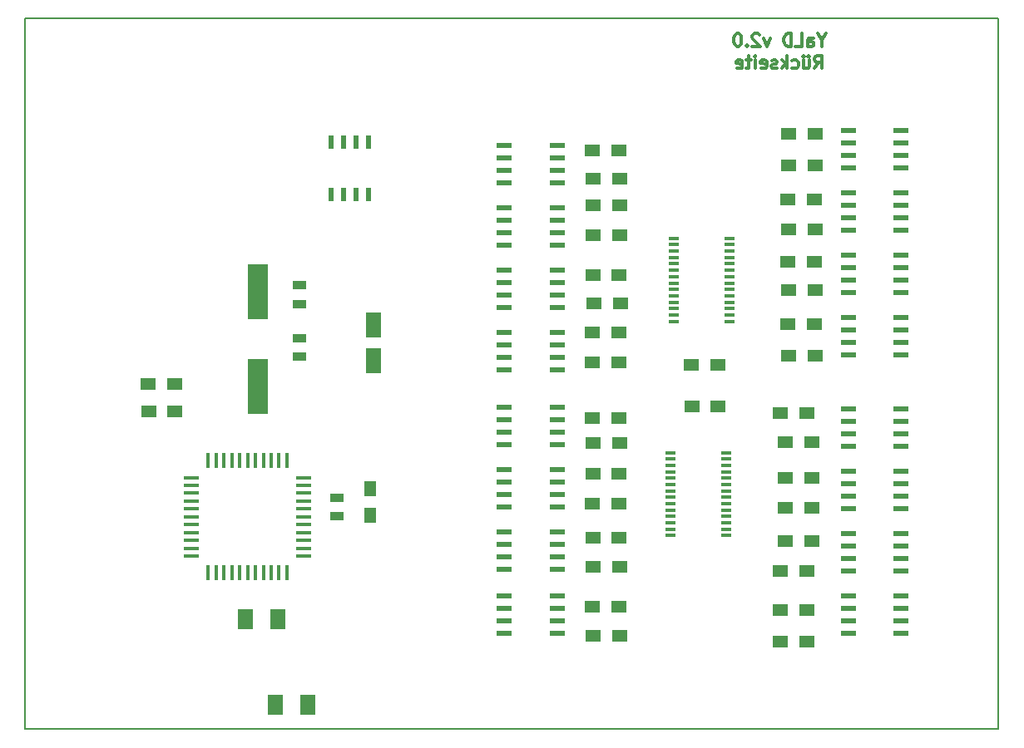
<source format=gbp>
G04 #@! TF.FileFunction,Paste,Bot*
%FSLAX46Y46*%
G04 Gerber Fmt 4.6, Leading zero omitted, Abs format (unit mm)*
G04 Created by KiCad (PCBNEW 4.1.0-alpha+201608211231+7083~46~ubuntu14.04.1-product) date Fri Aug 26 11:20:39 2016*
%MOMM*%
%LPD*%
G01*
G04 APERTURE LIST*
%ADD10C,0.150000*%
%ADD11C,0.300000*%
%ADD12C,0.200000*%
%ADD13R,1.397000X0.889000*%
%ADD14R,1.600200X2.600960*%
%ADD15R,1.524000X2.032000*%
%ADD16R,1.524000X0.406400*%
%ADD17R,0.406400X1.524000*%
%ADD18R,1.100000X0.400000*%
%ADD19R,1.500000X1.300000*%
%ADD20R,1.300000X1.500000*%
%ADD21R,0.599440X1.399540*%
%ADD22R,1.550000X0.600000*%
%ADD23R,2.100580X5.600700*%
G04 APERTURE END LIST*
D10*
D11*
X106448480Y-26339547D02*
X106448480Y-26958595D01*
X106881814Y-25658595D02*
X106448480Y-26339547D01*
X106015147Y-25658595D01*
X105024671Y-26958595D02*
X105024671Y-26277642D01*
X105086576Y-26153833D01*
X105210385Y-26091928D01*
X105458004Y-26091928D01*
X105581814Y-26153833D01*
X105024671Y-26896690D02*
X105148480Y-26958595D01*
X105458004Y-26958595D01*
X105581814Y-26896690D01*
X105643719Y-26772880D01*
X105643719Y-26649071D01*
X105581814Y-26525261D01*
X105458004Y-26463357D01*
X105148480Y-26463357D01*
X105024671Y-26401452D01*
X103786576Y-26958595D02*
X104405623Y-26958595D01*
X104405623Y-25658595D01*
X103353242Y-26958595D02*
X103353242Y-25658595D01*
X103043719Y-25658595D01*
X102858004Y-25720500D01*
X102734195Y-25844309D01*
X102672290Y-25968119D01*
X102610385Y-26215738D01*
X102610385Y-26401452D01*
X102672290Y-26649071D01*
X102734195Y-26772880D01*
X102858004Y-26896690D01*
X103043719Y-26958595D01*
X103353242Y-26958595D01*
X101186576Y-26091928D02*
X100877052Y-26958595D01*
X100567528Y-26091928D01*
X100134195Y-25782404D02*
X100072290Y-25720500D01*
X99948480Y-25658595D01*
X99638957Y-25658595D01*
X99515147Y-25720500D01*
X99453242Y-25782404D01*
X99391338Y-25906214D01*
X99391338Y-26030023D01*
X99453242Y-26215738D01*
X100196100Y-26958595D01*
X99391338Y-26958595D01*
X98834195Y-26834785D02*
X98772290Y-26896690D01*
X98834195Y-26958595D01*
X98896100Y-26896690D01*
X98834195Y-26834785D01*
X98834195Y-26958595D01*
X97967528Y-25658595D02*
X97843719Y-25658595D01*
X97719909Y-25720500D01*
X97658004Y-25782404D01*
X97596100Y-25906214D01*
X97534195Y-26153833D01*
X97534195Y-26463357D01*
X97596100Y-26710976D01*
X97658004Y-26834785D01*
X97719909Y-26896690D01*
X97843719Y-26958595D01*
X97967528Y-26958595D01*
X98091338Y-26896690D01*
X98153242Y-26834785D01*
X98215147Y-26710976D01*
X98277052Y-26463357D01*
X98277052Y-26153833D01*
X98215147Y-25906214D01*
X98153242Y-25782404D01*
X98091338Y-25720500D01*
X97967528Y-25658595D01*
X105736576Y-29208595D02*
X106169909Y-28589547D01*
X106479433Y-29208595D02*
X106479433Y-27908595D01*
X105984195Y-27908595D01*
X105860385Y-27970500D01*
X105798480Y-28032404D01*
X105736576Y-28156214D01*
X105736576Y-28341928D01*
X105798480Y-28465738D01*
X105860385Y-28527642D01*
X105984195Y-28589547D01*
X106479433Y-28589547D01*
X104622290Y-28341928D02*
X104622290Y-29208595D01*
X105179433Y-28341928D02*
X105179433Y-29022880D01*
X105117528Y-29146690D01*
X104993719Y-29208595D01*
X104808004Y-29208595D01*
X104684195Y-29146690D01*
X104622290Y-29084785D01*
X105117528Y-27908595D02*
X105055623Y-27970500D01*
X105117528Y-28032404D01*
X105179433Y-27970500D01*
X105117528Y-27908595D01*
X105117528Y-28032404D01*
X104622290Y-27908595D02*
X104560385Y-27970500D01*
X104622290Y-28032404D01*
X104684195Y-27970500D01*
X104622290Y-27908595D01*
X104622290Y-28032404D01*
X103446100Y-29146690D02*
X103569909Y-29208595D01*
X103817528Y-29208595D01*
X103941338Y-29146690D01*
X104003242Y-29084785D01*
X104065147Y-28960976D01*
X104065147Y-28589547D01*
X104003242Y-28465738D01*
X103941338Y-28403833D01*
X103817528Y-28341928D01*
X103569909Y-28341928D01*
X103446100Y-28403833D01*
X102888957Y-29208595D02*
X102888957Y-27908595D01*
X102765147Y-28713357D02*
X102393719Y-29208595D01*
X102393719Y-28341928D02*
X102888957Y-28837166D01*
X101898480Y-29146690D02*
X101774671Y-29208595D01*
X101527052Y-29208595D01*
X101403242Y-29146690D01*
X101341338Y-29022880D01*
X101341338Y-28960976D01*
X101403242Y-28837166D01*
X101527052Y-28775261D01*
X101712766Y-28775261D01*
X101836576Y-28713357D01*
X101898480Y-28589547D01*
X101898480Y-28527642D01*
X101836576Y-28403833D01*
X101712766Y-28341928D01*
X101527052Y-28341928D01*
X101403242Y-28403833D01*
X100288957Y-29146690D02*
X100412766Y-29208595D01*
X100660385Y-29208595D01*
X100784195Y-29146690D01*
X100846100Y-29022880D01*
X100846100Y-28527642D01*
X100784195Y-28403833D01*
X100660385Y-28341928D01*
X100412766Y-28341928D01*
X100288957Y-28403833D01*
X100227052Y-28527642D01*
X100227052Y-28651452D01*
X100846100Y-28775261D01*
X99669909Y-29208595D02*
X99669909Y-28341928D01*
X99669909Y-27908595D02*
X99731814Y-27970500D01*
X99669909Y-28032404D01*
X99608004Y-27970500D01*
X99669909Y-27908595D01*
X99669909Y-28032404D01*
X99236576Y-28341928D02*
X98741338Y-28341928D01*
X99050861Y-27908595D02*
X99050861Y-29022880D01*
X98988957Y-29146690D01*
X98865147Y-29208595D01*
X98741338Y-29208595D01*
X97812766Y-29146690D02*
X97936576Y-29208595D01*
X98184195Y-29208595D01*
X98308004Y-29146690D01*
X98369909Y-29022880D01*
X98369909Y-28527642D01*
X98308004Y-28403833D01*
X98184195Y-28341928D01*
X97936576Y-28341928D01*
X97812766Y-28403833D01*
X97750861Y-28527642D01*
X97750861Y-28651452D01*
X98369909Y-28775261D01*
D12*
X124460000Y-24130000D02*
X25400000Y-24130000D01*
X124460000Y-96520000D02*
X124460000Y-24130000D01*
X25400000Y-96520000D02*
X124460000Y-96520000D01*
X25400000Y-24130000D02*
X25400000Y-96520000D01*
D13*
X53310000Y-56672500D03*
X53310000Y-58577500D03*
X53310000Y-51292500D03*
X53310000Y-53197500D03*
D14*
X60860000Y-55349140D03*
X60860000Y-58950860D03*
D15*
X54121000Y-94030000D03*
X50819000Y-94030000D03*
D13*
X57100000Y-74852500D03*
X57100000Y-72947500D03*
D15*
X51111000Y-85290000D03*
X47809000Y-85290000D03*
D16*
X42305000Y-74880000D03*
X42305000Y-74079900D03*
X42305000Y-73279800D03*
X42305000Y-72479700D03*
X42305000Y-71679600D03*
X42305000Y-70879500D03*
X42305000Y-75680100D03*
X42305000Y-76480200D03*
X42305000Y-77280300D03*
X42305000Y-78080400D03*
X42305000Y-78880500D03*
X53735000Y-74880000D03*
X53735000Y-74079900D03*
X53735000Y-73279800D03*
X53735000Y-72479700D03*
X53735000Y-71679600D03*
X53735000Y-70879500D03*
X53735000Y-75680100D03*
X53735000Y-76480200D03*
X53735000Y-77280300D03*
X53735000Y-78080400D03*
X53735000Y-78880500D03*
D17*
X48020000Y-69165000D03*
X48020000Y-80595000D03*
X48820100Y-69165000D03*
X48820100Y-80595000D03*
X49620200Y-80595000D03*
X49620200Y-69165000D03*
X50420300Y-69165000D03*
X50420300Y-80595000D03*
X51220400Y-80595000D03*
X51220400Y-69165000D03*
X52020500Y-69165000D03*
X52020500Y-80595000D03*
X47219900Y-80595000D03*
X47219900Y-69165000D03*
X46419800Y-69165000D03*
X46419800Y-80595000D03*
X45619700Y-80595000D03*
X45619700Y-69165000D03*
X44819600Y-69165000D03*
X44819600Y-80595000D03*
X44019500Y-80595000D03*
X44019500Y-69165000D03*
D18*
X91070000Y-76795000D03*
X91070000Y-76145000D03*
X91070000Y-75495000D03*
X91070000Y-74845000D03*
X91070000Y-74195000D03*
X91070000Y-73545000D03*
X91070000Y-72895000D03*
X91070000Y-72245000D03*
X91070000Y-71595000D03*
X91070000Y-70945000D03*
X91070000Y-70295000D03*
X91070000Y-69645000D03*
X91070000Y-68995000D03*
X91070000Y-68345000D03*
X96770000Y-68345000D03*
X96770000Y-68995000D03*
X96770000Y-69645000D03*
X96770000Y-70295000D03*
X96770000Y-70945000D03*
X96770000Y-71595000D03*
X96770000Y-72245000D03*
X96770000Y-72895000D03*
X96770000Y-73545000D03*
X96770000Y-74195000D03*
X96770000Y-74845000D03*
X96770000Y-75495000D03*
X96770000Y-76145000D03*
X96770000Y-76795000D03*
X91390000Y-54965000D03*
X91390000Y-54315000D03*
X91390000Y-53665000D03*
X91390000Y-53015000D03*
X91390000Y-52365000D03*
X91390000Y-51715000D03*
X91390000Y-51065000D03*
X91390000Y-50415000D03*
X91390000Y-49765000D03*
X91390000Y-49115000D03*
X91390000Y-48465000D03*
X91390000Y-47815000D03*
X91390000Y-47165000D03*
X91390000Y-46515000D03*
X97090000Y-46515000D03*
X97090000Y-47165000D03*
X97090000Y-47815000D03*
X97090000Y-48465000D03*
X97090000Y-49115000D03*
X97090000Y-49765000D03*
X97090000Y-50415000D03*
X97090000Y-51065000D03*
X97090000Y-51715000D03*
X97090000Y-52365000D03*
X97090000Y-53015000D03*
X97090000Y-53665000D03*
X97090000Y-54315000D03*
X97090000Y-54965000D03*
D19*
X40601900Y-61381100D03*
X37901900Y-61381100D03*
X40631900Y-64151100D03*
X37931900Y-64151100D03*
D20*
X60480000Y-72060000D03*
X60480000Y-74760000D03*
D19*
X93220000Y-63620000D03*
X95920000Y-63620000D03*
X93170000Y-59370000D03*
X95870000Y-59370000D03*
X85860000Y-87010000D03*
X83160000Y-87010000D03*
X85840000Y-84030000D03*
X83140000Y-84030000D03*
X85860000Y-79960000D03*
X83160000Y-79960000D03*
X85850000Y-77000000D03*
X83150000Y-77000000D03*
X85810000Y-73550000D03*
X83110000Y-73550000D03*
X85850000Y-70500000D03*
X83150000Y-70500000D03*
X85880000Y-67400000D03*
X83180000Y-67400000D03*
X85840000Y-64810000D03*
X83140000Y-64810000D03*
X102250000Y-64300000D03*
X104950000Y-64300000D03*
X102750000Y-67300000D03*
X105450000Y-67300000D03*
X102720000Y-70890000D03*
X105420000Y-70890000D03*
X102750000Y-74000000D03*
X105450000Y-74000000D03*
X102720000Y-77340000D03*
X105420000Y-77340000D03*
X102250000Y-80400000D03*
X104950000Y-80400000D03*
X102250000Y-84400000D03*
X104950000Y-84400000D03*
X102250000Y-87600000D03*
X104950000Y-87600000D03*
X85840000Y-59130000D03*
X83140000Y-59130000D03*
X85830000Y-56080000D03*
X83130000Y-56080000D03*
X85950000Y-53150000D03*
X83250000Y-53150000D03*
X85850000Y-50220000D03*
X83150000Y-50220000D03*
X85910000Y-46160000D03*
X83210000Y-46160000D03*
X85890000Y-43150000D03*
X83190000Y-43150000D03*
X85870000Y-40420000D03*
X83170000Y-40420000D03*
X85820000Y-37520000D03*
X83120000Y-37520000D03*
X103050000Y-35900000D03*
X105750000Y-35900000D03*
X103050000Y-39100000D03*
X105750000Y-39100000D03*
X103020000Y-42520000D03*
X105720000Y-42520000D03*
X103050000Y-45600000D03*
X105750000Y-45600000D03*
X103020000Y-48870000D03*
X105720000Y-48870000D03*
X103050000Y-51800000D03*
X105750000Y-51800000D03*
X103020000Y-55220000D03*
X105720000Y-55220000D03*
X103050000Y-58500000D03*
X105750000Y-58500000D03*
D21*
X60325000Y-36703000D03*
X60325000Y-42037000D03*
X59055000Y-36703000D03*
X57785000Y-36703000D03*
X56515000Y-36703000D03*
X59055000Y-42037000D03*
X57785000Y-42037000D03*
X56515000Y-42037000D03*
D22*
X79560000Y-82925000D03*
X79560000Y-84195000D03*
X79560000Y-85465000D03*
X79560000Y-86735000D03*
X74160000Y-86735000D03*
X74160000Y-85465000D03*
X74160000Y-84195000D03*
X74160000Y-82925000D03*
X79550000Y-76445000D03*
X79550000Y-77715000D03*
X79550000Y-78985000D03*
X79550000Y-80255000D03*
X74150000Y-80255000D03*
X74150000Y-78985000D03*
X74150000Y-77715000D03*
X74150000Y-76445000D03*
X79550000Y-70095000D03*
X79550000Y-71365000D03*
X79550000Y-72635000D03*
X79550000Y-73905000D03*
X74150000Y-73905000D03*
X74150000Y-72635000D03*
X74150000Y-71365000D03*
X74150000Y-70095000D03*
X79550000Y-63745000D03*
X79550000Y-65015000D03*
X79550000Y-66285000D03*
X79550000Y-67555000D03*
X74150000Y-67555000D03*
X74150000Y-66285000D03*
X74150000Y-65015000D03*
X74150000Y-63745000D03*
X109140000Y-67715000D03*
X109140000Y-66445000D03*
X109140000Y-65175000D03*
X109140000Y-63905000D03*
X114540000Y-63905000D03*
X114540000Y-65175000D03*
X114540000Y-66445000D03*
X114540000Y-67715000D03*
X109140000Y-74065000D03*
X109140000Y-72795000D03*
X109140000Y-71525000D03*
X109140000Y-70255000D03*
X114540000Y-70255000D03*
X114540000Y-71525000D03*
X114540000Y-72795000D03*
X114540000Y-74065000D03*
X109140000Y-80415000D03*
X109140000Y-79145000D03*
X109140000Y-77875000D03*
X109140000Y-76605000D03*
X114540000Y-76605000D03*
X114540000Y-77875000D03*
X114540000Y-79145000D03*
X114540000Y-80415000D03*
X109140000Y-86765000D03*
X109140000Y-85495000D03*
X109140000Y-84225000D03*
X109140000Y-82955000D03*
X114540000Y-82955000D03*
X114540000Y-84225000D03*
X114540000Y-85495000D03*
X114540000Y-86765000D03*
X79550000Y-56125000D03*
X79550000Y-57395000D03*
X79550000Y-58665000D03*
X79550000Y-59935000D03*
X74150000Y-59935000D03*
X74150000Y-58665000D03*
X74150000Y-57395000D03*
X74150000Y-56125000D03*
X79550000Y-49775000D03*
X79550000Y-51045000D03*
X79550000Y-52315000D03*
X79550000Y-53585000D03*
X74150000Y-53585000D03*
X74150000Y-52315000D03*
X74150000Y-51045000D03*
X74150000Y-49775000D03*
X79550000Y-43425000D03*
X79550000Y-44695000D03*
X79550000Y-45965000D03*
X79550000Y-47235000D03*
X74150000Y-47235000D03*
X74150000Y-45965000D03*
X74150000Y-44695000D03*
X74150000Y-43425000D03*
X79550000Y-37075000D03*
X79550000Y-38345000D03*
X79550000Y-39615000D03*
X79550000Y-40885000D03*
X74150000Y-40885000D03*
X74150000Y-39615000D03*
X74150000Y-38345000D03*
X74150000Y-37075000D03*
X109140000Y-39345000D03*
X109140000Y-38075000D03*
X109140000Y-36805000D03*
X109140000Y-35535000D03*
X114540000Y-35535000D03*
X114540000Y-36805000D03*
X114540000Y-38075000D03*
X114540000Y-39345000D03*
X109140000Y-45695000D03*
X109140000Y-44425000D03*
X109140000Y-43155000D03*
X109140000Y-41885000D03*
X114540000Y-41885000D03*
X114540000Y-43155000D03*
X114540000Y-44425000D03*
X114540000Y-45695000D03*
X109140000Y-52045000D03*
X109140000Y-50775000D03*
X109140000Y-49505000D03*
X109140000Y-48235000D03*
X114540000Y-48235000D03*
X114540000Y-49505000D03*
X114540000Y-50775000D03*
X114540000Y-52045000D03*
X109140000Y-58395000D03*
X109140000Y-57125000D03*
X109140000Y-55855000D03*
X109140000Y-54585000D03*
X114540000Y-54585000D03*
X114540000Y-55855000D03*
X114540000Y-57125000D03*
X114540000Y-58395000D03*
D23*
X49075000Y-61623860D03*
X49075000Y-51926140D03*
M02*

</source>
